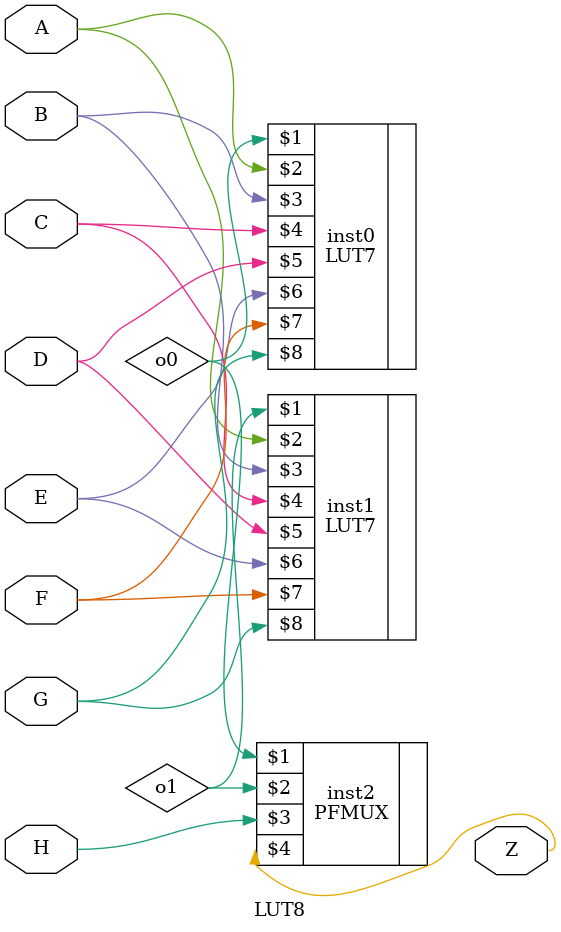
<source format=v>

`celldefine
`timescale 1 ns / 1 ps

module LUT8 (Z, A, B, C, D, E, F, G, H);

parameter  [255:0]init = 256'h0000_0000_0000_0000_0000_0000_0000_0000_0000_0000_0000_0000_0000_0000_0000_0000 ;

input   A, B, C, D, E, F, G, H;
output  Z;

wire o0, o1;

defparam inst0.init = init[127:0];
LUT7 inst0 (o0, A, B, C, D, E, F, G);

defparam inst1.init = init[255:128];
LUT7 inst1 (o1, A, B, C, D, E, F, G);

PFMUX    inst2 (o0, o1, H, Z);


endmodule
`endcelldefine

</source>
